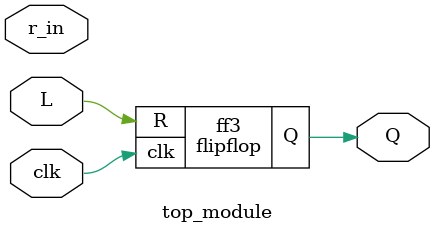
<source format=sv>
module flipflop (
    input clk,
    input R,
    output reg Q
);
    always @(posedge clk) begin
        if (R) begin
            Q <= 1'b0;
        end else begin
            Q <= 1'b1;
        end
    end
endmodule
module mux (
    input a,
    input b,
    input sel,
    output reg out
);
    always @(a or b or sel) begin
        if (sel) begin
            out <= b;
        end else begin
            out <= a;
        end
    end
endmodule
module top_module (
    input clk,
    input L,
    input r_in,
    output reg Q
);
    wire q1, q2, q3;

    flipflop ff1 (
        .clk(clk),
        .R(r_in),
        .Q(q1)
    );

    flipflop ff2 (
        .clk(clk),
        .R(L),
        .Q(q2)
    );

    mux m1 (
        .a(q1),
        .b(q2),
        .sel(L),
        .out(q3)
    );

    flipflop ff3 (
        .clk(clk),
        .R(L),
        .Q(Q)
    );
endmodule

</source>
